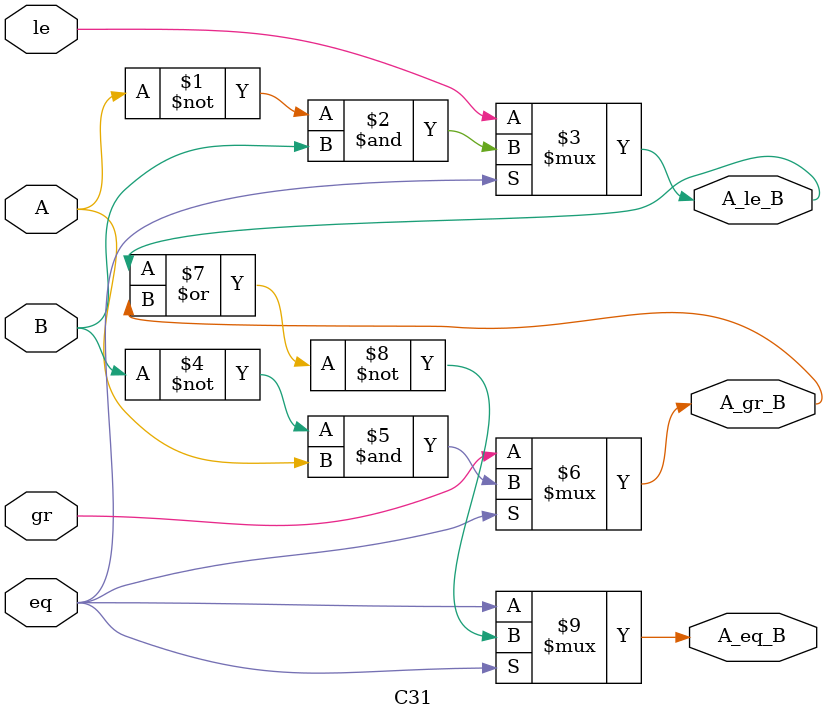
<source format=v>
`timescale 1ns / 1ps


module C31(
    input le,
    input eq,
    input gr,
    input A,
    input B,
    output A_le_B,
    output A_eq_B,
    output A_gr_B
    );
    assign A_le_B = eq ? ~A & B : le;
    assign A_gr_B = eq ? ~B & A : gr;
    assign A_eq_B = eq ? ~(A_le_B | A_gr_B) : eq;
endmodule

</source>
